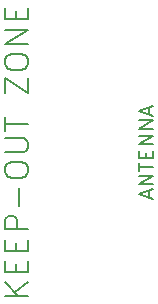
<source format=gbr>
%TF.GenerationSoftware,KiCad,Pcbnew,8.0.6*%
%TF.CreationDate,2024-10-18T08:00:21+02:00*%
%TF.ProjectId,key800,6b657938-3030-42e6-9b69-6361645f7063,1.06*%
%TF.SameCoordinates,Original*%
%TF.FileFunction,Other,Comment*%
%FSLAX46Y46*%
G04 Gerber Fmt 4.6, Leading zero omitted, Abs format (unit mm)*
G04 Created by KiCad (PCBNEW 8.0.6) date 2024-10-18 08:00:21*
%MOMM*%
%LPD*%
G01*
G04 APERTURE LIST*
%ADD10C,0.150000*%
G04 APERTURE END LIST*
D10*
X-52301062Y-37146357D02*
X-54301062Y-37146357D01*
X-52301062Y-36003500D02*
X-53443920Y-36860643D01*
X-54301062Y-36003500D02*
X-53158205Y-37146357D01*
X-53348681Y-35146357D02*
X-53348681Y-34479690D01*
X-52301062Y-34193976D02*
X-52301062Y-35146357D01*
X-52301062Y-35146357D02*
X-54301062Y-35146357D01*
X-54301062Y-35146357D02*
X-54301062Y-34193976D01*
X-53348681Y-33336833D02*
X-53348681Y-32670166D01*
X-52301062Y-32384452D02*
X-52301062Y-33336833D01*
X-52301062Y-33336833D02*
X-54301062Y-33336833D01*
X-54301062Y-33336833D02*
X-54301062Y-32384452D01*
X-52301062Y-31527309D02*
X-54301062Y-31527309D01*
X-54301062Y-31527309D02*
X-54301062Y-30765404D01*
X-54301062Y-30765404D02*
X-54205824Y-30574928D01*
X-54205824Y-30574928D02*
X-54110586Y-30479690D01*
X-54110586Y-30479690D02*
X-53920110Y-30384452D01*
X-53920110Y-30384452D02*
X-53634396Y-30384452D01*
X-53634396Y-30384452D02*
X-53443920Y-30479690D01*
X-53443920Y-30479690D02*
X-53348681Y-30574928D01*
X-53348681Y-30574928D02*
X-53253443Y-30765404D01*
X-53253443Y-30765404D02*
X-53253443Y-31527309D01*
X-53062967Y-29527309D02*
X-53062967Y-28003500D01*
X-54301062Y-26670167D02*
X-54301062Y-26289214D01*
X-54301062Y-26289214D02*
X-54205824Y-26098738D01*
X-54205824Y-26098738D02*
X-54015348Y-25908262D01*
X-54015348Y-25908262D02*
X-53634396Y-25813024D01*
X-53634396Y-25813024D02*
X-52967729Y-25813024D01*
X-52967729Y-25813024D02*
X-52586777Y-25908262D01*
X-52586777Y-25908262D02*
X-52396300Y-26098738D01*
X-52396300Y-26098738D02*
X-52301062Y-26289214D01*
X-52301062Y-26289214D02*
X-52301062Y-26670167D01*
X-52301062Y-26670167D02*
X-52396300Y-26860643D01*
X-52396300Y-26860643D02*
X-52586777Y-27051119D01*
X-52586777Y-27051119D02*
X-52967729Y-27146357D01*
X-52967729Y-27146357D02*
X-53634396Y-27146357D01*
X-53634396Y-27146357D02*
X-54015348Y-27051119D01*
X-54015348Y-27051119D02*
X-54205824Y-26860643D01*
X-54205824Y-26860643D02*
X-54301062Y-26670167D01*
X-54301062Y-24955881D02*
X-52682015Y-24955881D01*
X-52682015Y-24955881D02*
X-52491539Y-24860643D01*
X-52491539Y-24860643D02*
X-52396300Y-24765405D01*
X-52396300Y-24765405D02*
X-52301062Y-24574929D01*
X-52301062Y-24574929D02*
X-52301062Y-24193976D01*
X-52301062Y-24193976D02*
X-52396300Y-24003500D01*
X-52396300Y-24003500D02*
X-52491539Y-23908262D01*
X-52491539Y-23908262D02*
X-52682015Y-23813024D01*
X-52682015Y-23813024D02*
X-54301062Y-23813024D01*
X-54301062Y-23146357D02*
X-54301062Y-22003500D01*
X-52301062Y-22574929D02*
X-54301062Y-22574929D01*
X-54301062Y-20003499D02*
X-54301062Y-18670166D01*
X-54301062Y-18670166D02*
X-52301062Y-20003499D01*
X-52301062Y-20003499D02*
X-52301062Y-18670166D01*
X-54301062Y-17527309D02*
X-54301062Y-17146356D01*
X-54301062Y-17146356D02*
X-54205824Y-16955880D01*
X-54205824Y-16955880D02*
X-54015348Y-16765404D01*
X-54015348Y-16765404D02*
X-53634396Y-16670166D01*
X-53634396Y-16670166D02*
X-52967729Y-16670166D01*
X-52967729Y-16670166D02*
X-52586777Y-16765404D01*
X-52586777Y-16765404D02*
X-52396300Y-16955880D01*
X-52396300Y-16955880D02*
X-52301062Y-17146356D01*
X-52301062Y-17146356D02*
X-52301062Y-17527309D01*
X-52301062Y-17527309D02*
X-52396300Y-17717785D01*
X-52396300Y-17717785D02*
X-52586777Y-17908261D01*
X-52586777Y-17908261D02*
X-52967729Y-18003499D01*
X-52967729Y-18003499D02*
X-53634396Y-18003499D01*
X-53634396Y-18003499D02*
X-54015348Y-17908261D01*
X-54015348Y-17908261D02*
X-54205824Y-17717785D01*
X-54205824Y-17717785D02*
X-54301062Y-17527309D01*
X-52301062Y-15813023D02*
X-54301062Y-15813023D01*
X-54301062Y-15813023D02*
X-52301062Y-14670166D01*
X-52301062Y-14670166D02*
X-54301062Y-14670166D01*
X-53348681Y-13717785D02*
X-53348681Y-13051118D01*
X-52301062Y-12765404D02*
X-52301062Y-13717785D01*
X-52301062Y-13717785D02*
X-54301062Y-13717785D01*
X-54301062Y-13717785D02*
X-54301062Y-12765404D01*
X-42065170Y-28842785D02*
X-42065170Y-28247547D01*
X-41708027Y-28961833D02*
X-42958027Y-28545166D01*
X-42958027Y-28545166D02*
X-41708027Y-28128500D01*
X-41708027Y-27711832D02*
X-42958027Y-27711832D01*
X-42958027Y-27711832D02*
X-41708027Y-26997547D01*
X-41708027Y-26997547D02*
X-42958027Y-26997547D01*
X-42958027Y-26580880D02*
X-42958027Y-25866594D01*
X-41708027Y-26223737D02*
X-42958027Y-26223737D01*
X-42362789Y-25449927D02*
X-42362789Y-25033261D01*
X-41708027Y-24854689D02*
X-41708027Y-25449927D01*
X-41708027Y-25449927D02*
X-42958027Y-25449927D01*
X-42958027Y-25449927D02*
X-42958027Y-24854689D01*
X-41708027Y-24318975D02*
X-42958027Y-24318975D01*
X-42958027Y-24318975D02*
X-41708027Y-23604690D01*
X-41708027Y-23604690D02*
X-42958027Y-23604690D01*
X-41708027Y-23009451D02*
X-42958027Y-23009451D01*
X-42958027Y-23009451D02*
X-41708027Y-22295166D01*
X-41708027Y-22295166D02*
X-42958027Y-22295166D01*
X-42065170Y-21759451D02*
X-42065170Y-21164213D01*
X-41708027Y-21878499D02*
X-42958027Y-21461832D01*
X-42958027Y-21461832D02*
X-41708027Y-21045166D01*
M02*

</source>
